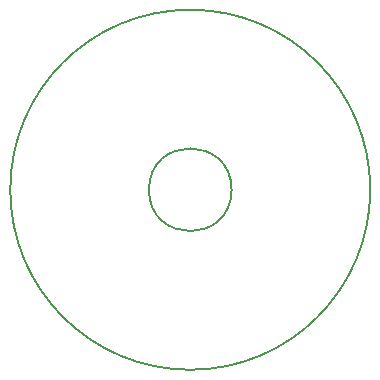
<source format=gbr>
%TF.GenerationSoftware,KiCad,Pcbnew,7.0.5-0*%
%TF.CreationDate,2023-09-08T15:05:08-04:00*%
%TF.ProjectId,rodentdbs,726f6465-6e74-4646-9273-2e6b69636164,rev?*%
%TF.SameCoordinates,Original*%
%TF.FileFunction,Profile,NP*%
%FSLAX46Y46*%
G04 Gerber Fmt 4.6, Leading zero omitted, Abs format (unit mm)*
G04 Created by KiCad (PCBNEW 7.0.5-0) date 2023-09-08 15:05:08*
%MOMM*%
%LPD*%
G01*
G04 APERTURE LIST*
%TA.AperFunction,Profile*%
%ADD10C,0.200000*%
%TD*%
G04 APERTURE END LIST*
D10*
X161290000Y-127000000D02*
G75*
G03*
X161290000Y-127000000I-15240000J0D01*
G01*
X149550000Y-127000000D02*
G75*
G03*
X149550000Y-127000000I-3500000J0D01*
G01*
M02*

</source>
